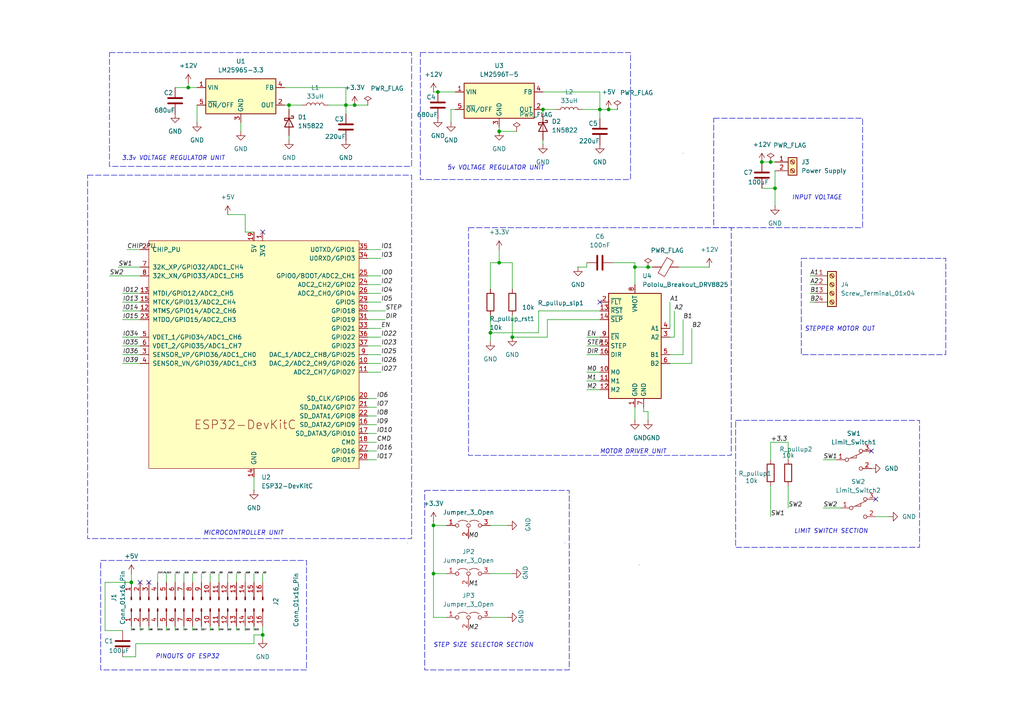
<source format=kicad_sch>
(kicad_sch (version 20250114) (generator "eeschema") (generator_version "9.0")
  (paper "A4")
  (title_block (title "SINGLE AXIS STEPPER CONTROLLER") (comment 1 "AUTHOR:-MIKHAEL SUNIL"))
  (lib_symbols
    (symbol "Connector:Conn_01x16_Pin" (pin_names (offset 1.016) (hide yes))
      (property "Reference" "J" (at 0 20.32 0))
      (property "Value" "Conn_01x16_Pin" (at 0 -22.86 0))
      (symbol "Conn_01x16_Pin_1_1"
        (pin passive line (at 5.08 17.78 180) (length 3.81) (name "Pin_1") (number "1"))
        (pin passive line (at 5.08 15.24 180) (length 3.81) (name "Pin_2") (number "2"))
        (pin passive line (at 5.08 12.7 180) (length 3.81) (name "Pin_3") (number "3"))
        (pin passive line (at 5.08 10.16 180) (length 3.81) (name "Pin_4") (number "4"))
        (pin passive line (at 5.08 7.62 180) (length 3.81) (name "Pin_5") (number "5"))
        (pin passive line (at 5.08 5.08 180) (length 3.81) (name "Pin_6") (number "6"))
        (pin passive line (at 5.08 2.54 180) (length 3.81) (name "Pin_7") (number "7"))
        (pin passive line (at 5.08 0 180) (length 3.81) (name "Pin_8") (number "8"))
        (pin passive line (at 5.08 -2.54 180) (length 3.81) (name "Pin_9") (number "9"))
        (pin passive line (at 5.08 -5.08 180) (length 3.81) (name "Pin_10") (number "10"))
        (pin passive line (at 5.08 -7.62 180) (length 3.81) (name "Pin_11") (number "11"))
        (pin passive line (at 5.08 -10.16 180) (length 3.81) (name "Pin_12") (number "12"))
        (pin passive line (at 5.08 -12.7 180) (length 3.81) (name "Pin_13") (number "13"))
        (pin passive line (at 5.08 -15.24 180) (length 3.81) (name "Pin_14") (number "14"))
        (pin passive line (at 5.08 -17.78 180) (length 3.81) (name "Pin_15") (number "15"))
        (pin passive line (at 5.08 -20.32 180) (length 3.81) (name "Pin_16") (number "16"))
      )
    )
    (symbol "Connector:Screw_Terminal_01x02" (pin_names (offset 1.016) (hide yes))
      (property "Reference" "J" (at 0 2.54 0))
      (property "Value" "Screw_Terminal_01x02" (at 0 -5.08 0))
      (symbol "Screw_Terminal_01x02_1_1"
        (pin passive line (at -5.08 0 0) (length 3.81) (name "Pin_1") (number "1"))
        (pin passive line (at -5.08 -2.54 0) (length 3.81) (name "Pin_2") (number "2"))
      )
    )
    (symbol "Connector:Screw_Terminal_01x04" (pin_names (offset 1.016) (hide yes))
      (property "Reference" "J" (at 0 5.08 0))
      (property "Value" "Screw_Terminal_01x04" (at 0 -7.62 0))
      (symbol "Screw_Terminal_01x04_1_1"
        (pin passive line (at -5.08 2.54 0) (length 3.81) (name "Pin_1") (number "1"))
        (pin passive line (at -5.08 0 0) (length 3.81) (name "Pin_2") (number "2"))
        (pin passive line (at -5.08 -2.54 0) (length 3.81) (name "Pin_3") (number "3"))
        (pin passive line (at -5.08 -5.08 0) (length 3.81) (name "Pin_4") (number "4"))
      )
    )
    (symbol "Device:C" (pin_numbers (hide yes)) (pin_names (offset 0.254))
      (property "Reference" "C" (at 0.635 2.54 0))
      (property "Value" "C" (at 0.635 -2.54 0))
      (symbol "C_1_1"
        (pin passive line (at 0 3.81 270) (length 2.794) (name "~") (number "1"))
        (pin passive line (at 0 -3.81 90) (length 2.794) (name "~") (number "2"))
      )
    )
    (symbol "Device:FerriteBead" (pin_numbers (hide yes)) (pin_names (offset 0))
      (property "Reference" "FB" (at -3.81 0.635 90))
      (property "Value" "FerriteBead" (at 3.81 0 90))
      (symbol "FerriteBead_1_1"
        (pin passive line (at 0 3.81 270) (length 2.54) (name "~") (number "1"))
        (pin passive line (at 0 -3.81 90) (length 2.54) (name "~") (number "2"))
      )
    )
    (symbol "Device:L" (pin_numbers (hide yes)) (pin_names (offset 1.016) (hide yes))
      (property "Reference" "L" (at -1.27 0 90))
      (property "Value" "L" (at 1.905 0 90))
      (symbol "L_1_1"
        (pin passive line (at 0 3.81 270) (length 1.27) (name "1") (number "1"))
        (pin passive line (at 0 -3.81 90) (length 1.27) (name "2") (number "2"))
      )
    )
    (symbol "Device:R" (pin_numbers (hide yes)) (pin_names (offset 0))
      (property "Reference" "R" (at 2.032 0 90))
      (property "Value" "R" (at 0 0 90))
      (symbol "R_1_1"
        (pin passive line (at 0 3.81 270) (length 1.27) (name "~") (number "1"))
        (pin passive line (at 0 -3.81 90) (length 1.27) (name "~") (number "2"))
      )
    )
    (symbol "Diode:1N5822" (pin_numbers (hide yes)) (pin_names (offset 1.016) (hide yes))
      (property "Reference" "D" (at 0 2.54 0))
      (property "Value" "1N5822" (at 0 -2.54 0))
      (symbol "1N5822_1_1"
        (pin passive line (at -3.81 0 0) (length 2.54) (name "K") (number "1"))
        (pin passive line (at 3.81 0 180) (length 2.54) (name "A") (number "2"))
      )
    )
    (symbol "Driver_Motor:Pololu_Breakout_DRV8825"
      (property "Reference" "A" (at -2.54 16.51 0))
      (property "Value" "Pololu_Breakout_DRV8825" (at -2.54 13.97 0))
      (symbol "Pololu_Breakout_DRV8825_1_1"
        (pin output line (at -10.16 10.16 0) (length 2.54) (name "~{FLT}") (number "2"))
        (pin input line (at -10.16 7.62 0) (length 2.54) (name "~{RST}") (number "13"))
        (pin input line (at -10.16 5.08 0) (length 2.54) (name "~{SLP}") (number "14"))
        (pin input line (at -10.16 0 0) (length 2.54) (name "~{EN}") (number "9"))
        (pin input line (at -10.16 -2.54 0) (length 2.54) (name "STEP") (number "15"))
        (pin input line (at -10.16 -5.08 0) (length 2.54) (name "DIR") (number "16"))
        (pin input line (at -10.16 -10.16 0) (length 2.54) (name "M0") (number "10"))
        (pin input line (at -10.16 -12.7 0) (length 2.54) (name "M1") (number "11"))
        (pin input line (at -10.16 -15.24 0) (length 2.54) (name "M2") (number "12"))
        (pin power_in line (at 0 15.24 270) (length 2.54) (name "VMOT") (number "8"))
        (pin power_in line (at 0 -20.32 90) (length 2.54) (name "GND") (number "1"))
        (pin power_in line (at 2.54 -20.32 90) (length 2.54) (name "GND") (number "7"))
        (pin output line (at 10.16 2.54 180) (length 2.54) (name "A1") (number "4"))
        (pin output line (at 10.16 0 180) (length 2.54) (name "A2") (number "3"))
        (pin output line (at 10.16 -5.08 180) (length 2.54) (name "B1") (number "5"))
        (pin output line (at 10.16 -7.62 180) (length 2.54) (name "B2") (number "6"))
      )
    )
    (symbol "Jumper:Jumper_3_Open" (pin_names (offset 0) (hide yes)) (in_bom no)
      (property "Reference" "JP" (at -2.54 -2.54 0))
      (property "Value" "Jumper_3_Open" (at 0 2.794 0))
      (symbol "Jumper_3_Open_1_1"
        (pin passive line (at -6.35 0 0) (length 2.54) (name "A") (number "1"))
        (pin passive line (at 0 -3.81 90) (length 2.54) (name "C") (number "2"))
        (pin passive line (at 6.35 0 180) (length 2.54) (name "B") (number "3"))
      )
    )
    (symbol "PCM_Espressif:ESP32-DevKitC" (pin_names (offset 1.016))
      (property "Reference" "U" (at -30.48 38.1 0))
      (property "Value" "ESP32-DevKitC" (at -30.48 35.56 0))
      (symbol "ESP32-DevKitC_0_0"
        (text "ESP32-DevKitC" (at -2.54 -20.32 0) (effects (font (size 2.54 2.54))))
        (pin power_in line (at 0 35.56 270) (length 2.54) (name "5V") (number "19"))
        (pin power_in line (at 0 -35.56 90) (length 2.54) (name "GND") (number "14"))
      )
      (symbol "ESP32-DevKitC_1_1"
        (pin input line (at -33.02 30.48 0) (length 2.54) (name "CHIP_PU") (number "2"))
        (pin bidirectional line (at -33.02 25.4 0) (length 2.54) (name "32K_XP/GPIO32/ADC1_CH4") (number "7"))
        (pin bidirectional line (at -33.02 22.86 0) (length 2.54) (name "32K_XN/GPIO33/ADC1_CH5") (number "8"))
        (pin bidirectional line (at -33.02 17.78 0) (length 2.54) (name "MTDI/GPIO12/ADC2_CH5") (number "13"))
        (pin bidirectional line (at -33.02 15.24 0) (length 2.54) (name "MTCK/GPIO13/ADC2_CH4") (number "15"))
        (pin bidirectional line (at -33.02 12.7 0) (length 2.54) (name "MTMS/GPIO14/ADC2_CH6") (number "12"))
        (pin bidirectional line (at -33.02 10.16 0) (length 2.54) (name "MTDO/GPIO15/ADC2_CH3") (number "23"))
        (pin input line (at -33.02 5.08 0) (length 2.54) (name "VDET_1/GPIO34/ADC1_CH6") (number "5"))
        (pin input line (at -33.02 2.54 0) (length 2.54) (name "VDET_2/GPIO35/ADC1_CH7") (number "6"))
        (pin input line (at -33.02 0 0) (length 2.54) (name "SENSOR_VP/GPIO36/ADC1_CH0") (number "3"))
        (pin input line (at -33.02 -2.54 0) (length 2.54) (name "SENSOR_VN/GPIO39/ADC1_CH3") (number "4"))
        (pin passive line (at 0 -35.56 90) (length 2.54) (hide yes) (name "GND") (number "32"))
        (pin passive line (at 0 -35.56 90) (length 2.54) (hide yes) (name "GND") (number "38"))
        (pin power_in line (at 2.54 35.56 270) (length 2.54) (name "3V3") (number "1"))
        (pin bidirectional line (at 33.02 30.48 180) (length 2.54) (name "U0TXD/GPIO1") (number "35"))
        (pin bidirectional line (at 33.02 27.94 180) (length 2.54) (name "U0RXD/GPIO3") (number "34"))
        (pin bidirectional line (at 33.02 22.86 180) (length 2.54) (name "GPIO0/BOOT/ADC2_CH1") (number "25"))
        (pin bidirectional line (at 33.02 20.32 180) (length 2.54) (name "ADC2_CH2/GPIO2") (number "24"))
        (pin bidirectional line (at 33.02 17.78 180) (length 2.54) (name "ADC2_CH0/GPIO4") (number "26"))
        (pin bidirectional line (at 33.02 15.24 180) (length 2.54) (name "GPIO5") (number "29"))
        (pin bidirectional line (at 33.02 12.7 180) (length 2.54) (name "GPIO18") (number "30"))
        (pin bidirectional line (at 33.02 10.16 180) (length 2.54) (name "GPIO19") (number "31"))
        (pin bidirectional line (at 33.02 7.62 180) (length 2.54) (name "GPIO21") (number "33"))
        (pin bidirectional line (at 33.02 5.08 180) (length 2.54) (name "GPIO22") (number "36"))
        (pin bidirectional line (at 33.02 2.54 180) (length 2.54) (name "GPIO23") (number "37"))
        (pin bidirectional line (at 33.02 0 180) (length 2.54) (name "DAC_1/ADC2_CH8/GPIO25") (number "9"))
        (pin bidirectional line (at 33.02 -2.54 180) (length 2.54) (name "DAC_2/ADC2_CH9/GPIO26") (number "10"))
        (pin bidirectional line (at 33.02 -5.08 180) (length 2.54) (name "ADC2_CH7/GPIO27") (number "11"))
        (pin bidirectional line (at 33.02 -12.7 180) (length 2.54) (name "SD_CLK/GPIO6") (number "20"))
        (pin bidirectional line (at 33.02 -15.24 180) (length 2.54) (name "SD_DATA0/GPIO7") (number "21"))
        (pin bidirectional line (at 33.02 -17.78 180) (length 2.54) (name "SD_DATA1/GPIO8") (number "22"))
        (pin bidirectional line (at 33.02 -20.32 180) (length 2.54) (name "SD_DATA2/GPIO9") (number "16"))
        (pin bidirectional line (at 33.02 -22.86 180) (length 2.54) (name "SD_DATA3/GPIO10") (number "17"))
        (pin bidirectional line (at 33.02 -25.4 180) (length 2.54) (name "CMD") (number "18"))
        (pin bidirectional line (at 33.02 -27.94 180) (length 2.54) (name "GPIO16") (number "27"))
        (pin bidirectional line (at 33.02 -30.48 180) (length 2.54) (name "GPIO17") (number "28"))
      )
    )
    (symbol "Regulator_Switching:LM2596S-3.3"
      (property "Reference" "U" (at -10.16 6.35 0))
      (property "Value" "LM2596S-3.3" (at 0 6.35 0))
      (symbol "LM2596S-3.3_1_1"
        (pin power_in line (at -12.7 2.54 0) (length 2.54) (name "VIN") (number "1"))
        (pin input line (at -12.7 -2.54 0) (length 2.54) (name "~{ON}/OFF") (number "5"))
        (pin power_in line (at 0 -7.62 90) (length 2.54) (name "GND") (number "3"))
        (pin input line (at 12.7 2.54 180) (length 2.54) (name "FB") (number "4"))
        (pin output line (at 12.7 -2.54 180) (length 2.54) (name "OUT") (number "2"))
      )
    )
    (symbol "Regulator_Switching:LM2596T-5"
      (property "Reference" "U" (at -10.16 6.35 0))
      (property "Value" "LM2596T-5" (at 0 6.35 0))
      (symbol "LM2596T-5_1_1"
        (pin power_in line (at -12.7 2.54 0) (length 2.54) (name "VIN") (number "1"))
        (pin input line (at -12.7 -2.54 0) (length 2.54) (name "~{ON}/OFF") (number "5"))
        (pin power_in line (at 0 -7.62 90) (length 2.54) (name "GND") (number "3"))
        (pin input line (at 12.7 2.54 180) (length 2.54) (name "FB") (number "4"))
        (pin output line (at 12.7 -2.54 180) (length 2.54) (name "OUT") (number "2"))
      )
    )
    (symbol "Switch:SW_SPDT_XKB_DMx-xxxx-1" (pin_names (offset 0) (hide yes))
      (property "Reference" "SW" (at 0 4.318 0))
      (property "Value" "SW_SPDT_XKB_DMx-xxxx-1" (at 0 -5.588 0))
      (symbol "SW_SPDT_XKB_DMx-xxxx-1_1_1"
        (pin passive line (at -5.08 0 0) (length 2.54) (name "A") (number "1"))
        (pin passive line (at 5.08 2.54 180) (length 2.54) (name "C") (number "3"))
        (pin passive line (at 5.08 -2.54 180) (length 2.54) (name "B") (number "2"))
      )
    )
    (symbol "power:+12V" (power) (pin_numbers (hide yes)) (pin_names (offset 0) (hide yes))
      (property "Value" "+12V" (at 0 3.556 0))
      (symbol "+12V_1_1"
        (pin power_in line (at 0 0 90) (length 0) (name "~") (number "1"))
      )
    )
    (symbol "power:+5V" (power) (pin_numbers (hide yes)) (pin_names (offset 0) (hide yes))
      (property "Value" "+5V" (at 0 3.556 0))
      (symbol "+5V_1_1"
        (pin power_in line (at 0 0 90) (length 0) (name "~") (number "1"))
      )
    )
    (symbol "power:GND" (power) (pin_numbers (hide yes)) (pin_names (offset 0) (hide yes))
      (property "Value" "GND" (at 0 -3.81 0))
      (symbol "GND_1_1"
        (pin power_in line (at 0 0 270) (length 0) (name "~") (number "1"))
      )
    )
    (symbol "power:PWR_FLAG" (power) (pin_numbers (hide yes)) (pin_names (offset 0) (hide yes))
      (property "Value" "PWR_FLAG" (at 0 3.81 0))
      (symbol "PWR_FLAG_0_0"
        (pin power_out line (at 0 0 90) (length 0) (name "~") (number "1"))
      )
    )
  )
  (rectangle (start 118.11 157.48) (end 118.11 157.48))
  (rectangle (start 123.19 142.24) (end 165.1 194.31) (stroke (width 0) (type dash)))
  (rectangle (start 25.4 50.8) (end 119.38 156.21) (stroke (width 0) (type dash)))
  (rectangle (start 232.41 74.93) (end 274.32 102.87) (stroke (width 0) (type dash)))
  (rectangle (start 207.01 34.29) (end 250.19 66.04) (stroke (width 0) (type dash)))
  (rectangle (start 185.42 163.83) (end 185.42 163.83))
  (rectangle (start 29.21 162.56) (end 88.9 194.31) (stroke (width 0) (type dash)))
  (rectangle (start 163.83 157.48) (end 163.83 157.48))
  (rectangle (start 135.89 66.04) (end 212.09 132.08) (stroke (width 0) (type dash)))
  (rectangle (start 213.36 121.92) (end 266.7 158.75) (stroke (width 0) (type dash)))
  (rectangle (start 121.92 15.24) (end 182.88 52.07) (stroke (width 0) (type dash)))
  (rectangle (start 198.12 44.45) (end 198.12 44.45))
  (rectangle (start 31.75 15.24) (end 119.38 48.26) (stroke (width 0) (type dash)))
  (text "MICROCONTROLLER UNIT" (at 70.612 154.686 0) (effects (font (size 1.27 1.27) (italic yes))))
  (text "STEPPER MOTOR OUT" (at 243.586 95.504 0) (effects (font (size 1.27 1.27) (italic yes))))
  (text "3.3v VOLTAGE REGULATOR UNIT\n" (at 50.292 45.974 0) (effects (font (size 1.27 1.27) (italic yes))))
  (text "LIMIT SWITCH SECTION\n" (at 241.046 154.178 0) (effects (font (size 1.27 1.27) (italic yes))))
  (text "PINOUTS OF ESP32 " (at 54.864 190.5 0) (effects (font (size 1.27 1.27) (italic yes))))
  (text "5v VOLTAGE REGULATOR UNIT\n" (at 143.764 48.768 0) (effects (font (size 1.27 1.27) (italic yes))))
  (text "STEP SIZE SELECTOR SECTION\n" (at 140.208 187.198 0) (effects (font (size 1.27 1.27) (italic yes))))
  (text "MOTOR DRIVER UNIT\n" (at 183.642 131.064 0) (effects (font (size 1.27 1.27) (italic yes))))
  (text "INPUT VOLTAGE\n" (at 236.982 57.404 0) (effects (font (size 1.27 1.27) (italic yes))))
  (junction (at 224.79 54.61))
  (junction (at 127 26.67))
  (junction (at 144.78 76.2))
  (junction (at 38.1 168.91))
  (junction (at 102.87 30.48))
  (junction (at 173.99 31.75))
  (junction (at 187.96 77.47))
  (junction (at 223.52 46.99))
  (junction (at 144.78 38.1))
  (junction (at 125.73 152.4))
  (junction (at 176.53 31.75))
  (junction (at 76.2 184.15))
  (junction (at 100.33 30.48))
  (junction (at 220.98 46.99))
  (junction (at 83.82 30.48))
  (junction (at 148.59 97.79))
  (junction (at 125.73 166.37))
  (junction (at 142.24 96.52))
  (junction (at 184.15 77.47))
  (junction (at 54.61 25.4))
  (junction (at 157.48 31.75))
  (no_connect (at 76.2 67.31))
  (no_connect (at 40.64 168.91))
  (no_connect (at 173.99 87.63))
  (no_connect (at 252.73 130.81))
  (no_connect (at 43.18 168.91))
  (no_connect (at 254 144.78))
  (wire (pts (xy 173.99 31.75) (xy 173.99 34.29)))
  (wire (pts (xy 194.31 105.41) (xy 200.66 105.41)))
  (wire (pts (xy 168.91 31.75) (xy 173.99 31.75)))
  (wire (pts (xy 71.12 181.61) (xy 71.12 182.88)))
  (wire (pts (xy 125.73 152.4) (xy 125.73 166.37)))
  (wire (pts (xy 35.56 182.88) (xy 30.48 182.88)))
  (wire (pts (xy 102.87 30.48) (xy 100.33 30.48)))
  (wire (pts (xy 196.85 77.47) (xy 205.74 77.47)))
  (wire (pts (xy 66.04 166.37) (xy 66.04 168.91)))
  (wire (pts (xy 148.59 91.44) (xy 148.59 97.79)))
  (wire (pts (xy 71.12 67.31) (xy 73.66 67.31)))
  (wire (pts (xy 35.56 105.41) (xy 40.64 105.41)))
  (wire (pts (xy 142.24 91.44) (xy 142.24 96.52)))
  (wire (pts (xy 106.68 105.41) (xy 110.49 105.41)))
  (wire (pts (xy 73.66 181.61) (xy 73.66 182.88)))
  (wire (pts (xy 71.12 67.31) (xy 71.12 62.23)))
  (wire (pts (xy 106.68 95.25) (xy 110.49 95.25)))
  (wire (pts (xy 57.15 30.48) (xy 57.15 35.56)))
  (wire (pts (xy 30.48 168.91) (xy 38.1 168.91)))
  (wire (pts (xy 100.33 30.48) (xy 100.33 33.02)))
  (wire (pts (xy 125.73 166.37) (xy 125.73 179.07)))
  (wire (pts (xy 111.76 92.71) (xy 106.68 92.71)))
  (wire (pts (xy 156.21 90.17) (xy 173.99 90.17)))
  (wire (pts (xy 76.2 184.15) (xy 76.2 185.42)))
  (wire (pts (xy 157.48 31.75) (xy 161.29 31.75)))
  (wire (pts (xy 125.73 151.13) (xy 125.73 152.4)))
  (wire (pts (xy 95.25 30.48) (xy 100.33 30.48)))
  (wire (pts (xy 187.96 119.38) (xy 187.96 121.92)))
  (wire (pts (xy 125.73 152.4) (xy 129.54 152.4)))
  (wire (pts (xy 170.18 76.2) (xy 170.18 77.47)))
  (wire (pts (xy 43.18 181.61) (xy 43.18 182.88)))
  (wire (pts (xy 82.55 25.4) (xy 100.33 25.4)))
  (wire (pts (xy 106.68 118.11) (xy 109.22 118.11)))
  (wire (pts (xy 176.53 31.75) (xy 173.99 31.75)))
  (wire (pts (xy 106.68 72.39) (xy 110.49 72.39)))
  (wire (pts (xy 224.79 54.61) (xy 224.79 59.69)))
  (wire (pts (xy 156.21 96.52) (xy 142.24 96.52)))
  (wire (pts (xy 156.21 90.17) (xy 156.21 96.52)))
  (wire (pts (xy 106.68 115.57) (xy 109.22 115.57)))
  (wire (pts (xy 50.8 25.4) (xy 54.61 25.4)))
  (wire (pts (xy 63.5 181.61) (xy 63.5 182.88)))
  (wire (pts (xy 223.52 133.35) (xy 223.52 128.27)))
  (wire (pts (xy 69.85 35.56) (xy 69.85 38.1)))
  (wire (pts (xy 144.78 76.2) (xy 148.59 76.2)))
  (wire (pts (xy 106.68 125.73) (xy 109.22 125.73)))
  (wire (pts (xy 234.95 80.01) (xy 236.22 80.01)))
  (wire (pts (xy 40.64 181.61) (xy 40.64 182.88)))
  (wire (pts (xy 68.58 181.61) (xy 68.58 182.88)))
  (wire (pts (xy 184.15 76.2) (xy 184.15 77.47)))
  (wire (pts (xy 158.75 92.71) (xy 158.75 97.79)))
  (wire (pts (xy 106.68 74.93) (xy 110.49 74.93)))
  (wire (pts (xy 83.82 30.48) (xy 87.63 30.48)))
  (wire (pts (xy 187.96 77.47) (xy 189.23 77.47)))
  (wire (pts (xy 106.68 120.65) (xy 109.22 120.65)))
  (wire (pts (xy 144.78 72.39) (xy 144.78 76.2)))
  (wire (pts (xy 228.6 128.27) (xy 223.52 128.27)))
  (wire (pts (xy 35.56 100.33) (xy 40.64 100.33)))
  (wire (pts (xy 73.66 138.43) (xy 73.66 142.24)))
  (wire (pts (xy 71.12 62.23) (xy 66.04 62.23)))
  (wire (pts (xy 106.68 107.95) (xy 110.49 107.95)))
  (wire (pts (xy 142.24 96.52) (xy 142.24 99.06)))
  (wire (pts (xy 100.33 25.4) (xy 100.33 30.48)))
  (wire (pts (xy 184.15 77.47) (xy 187.96 77.47)))
  (wire (pts (xy 76.2 166.37) (xy 76.2 168.91)))
  (wire (pts (xy 184.15 118.11) (xy 184.15 121.92)))
  (wire (pts (xy 106.68 123.19) (xy 109.22 123.19)))
  (wire (pts (xy 50.8 166.37) (xy 50.8 168.91)))
  (wire (pts (xy 106.68 102.87) (xy 110.49 102.87)))
  (wire (pts (xy 38.1 181.61) (xy 38.1 182.88)))
  (wire (pts (xy 157.48 40.64) (xy 157.48 41.91)))
  (wire (pts (xy 35.56 102.87) (xy 40.64 102.87)))
  (wire (pts (xy 195.58 97.79) (xy 195.58 90.17)))
  (wire (pts (xy 40.64 77.47) (xy 34.29 77.47)))
  (wire (pts (xy 125.73 166.37) (xy 129.54 166.37)))
  (wire (pts (xy 157.48 26.67) (xy 173.99 26.67)))
  (wire (pts (xy 73.66 166.37) (xy 73.66 168.91)))
  (wire (pts (xy 194.31 102.87) (xy 198.12 102.87)))
  (wire (pts (xy 54.61 24.13) (xy 54.61 25.4)))
  (wire (pts (xy 53.34 181.61) (xy 53.34 182.88)))
  (wire (pts (xy 198.12 102.87) (xy 198.12 92.71)))
  (wire (pts (xy 83.82 30.48) (xy 83.82 31.75)))
  (wire (pts (xy 106.68 87.63) (xy 110.49 87.63)))
  (wire (pts (xy 125.73 26.67) (xy 127 26.67)))
  (wire (pts (xy 224.79 46.99) (xy 223.52 46.99)))
  (wire (pts (xy 220.98 54.61) (xy 224.79 54.61)))
  (wire (pts (xy 224.79 49.53) (xy 224.79 54.61)))
  (wire (pts (xy 35.56 90.17) (xy 40.64 90.17)))
  (wire (pts (xy 50.8 181.61) (xy 50.8 182.88)))
  (wire (pts (xy 53.34 166.37) (xy 53.34 168.91)))
  (wire (pts (xy 106.68 97.79) (xy 110.49 97.79)))
  (wire (pts (xy 157.48 31.75) (xy 157.48 33.02)))
  (wire (pts (xy 39.37 190.5) (xy 39.37 186.69)))
  (wire (pts (xy 142.24 179.07) (xy 147.32 179.07)))
  (wire (pts (xy 35.56 92.71) (xy 40.64 92.71)))
  (wire (pts (xy 55.88 181.61) (xy 55.88 182.88)))
  (wire (pts (xy 170.18 110.49) (xy 173.99 110.49)))
  (wire (pts (xy 234.95 87.63) (xy 236.22 87.63)))
  (wire (pts (xy 39.37 186.69) (xy 73.66 186.69)))
  (wire (pts (xy 35.56 97.79) (xy 40.64 97.79)))
  (wire (pts (xy 173.99 26.67) (xy 173.99 31.75)))
  (wire (pts (xy 228.6 147.32) (xy 228.6 140.97)))
  (wire (pts (xy 132.08 31.75) (xy 130.81 31.75)))
  (wire (pts (xy 45.72 181.61) (xy 45.72 182.88)))
  (wire (pts (xy 144.78 36.83) (xy 144.78 38.1)))
  (wire (pts (xy 125.73 179.07) (xy 129.54 179.07)))
  (wire (pts (xy 106.68 133.35) (xy 109.22 133.35)))
  (wire (pts (xy 186.69 119.38) (xy 187.96 119.38)))
  (wire (pts (xy 35.56 87.63) (xy 40.64 87.63)))
  (wire (pts (xy 173.99 107.95) (xy 170.18 107.95)))
  (wire (pts (xy 58.42 166.37) (xy 58.42 168.91)))
  (wire (pts (xy 194.31 87.63) (xy 194.31 95.25)))
  (wire (pts (xy 220.98 46.99) (xy 223.52 46.99)))
  (wire (pts (xy 170.18 77.47) (xy 167.64 77.47)))
  (wire (pts (xy 234.95 85.09) (xy 236.22 85.09)))
  (wire (pts (xy 54.61 25.4) (xy 57.15 25.4)))
  (wire (pts (xy 106.68 100.33) (xy 110.49 100.33)))
  (wire (pts (xy 106.68 130.81) (xy 109.22 130.81)))
  (wire (pts (xy 170.18 97.79) (xy 173.99 97.79)))
  (wire (pts (xy 36.83 72.39) (xy 40.64 72.39)))
  (wire (pts (xy 48.26 181.61) (xy 48.26 182.88)))
  (wire (pts (xy 176.53 31.75) (xy 179.07 31.75)))
  (wire (pts (xy 170.18 102.87) (xy 173.99 102.87)))
  (wire (pts (xy 68.58 166.37) (xy 68.58 168.91)))
  (wire (pts (xy 31.75 80.01) (xy 40.64 80.01)))
  (wire (pts (xy 48.26 166.37) (xy 48.26 168.91)))
  (wire (pts (xy 234.95 82.55) (xy 236.22 82.55)))
  (wire (pts (xy 60.96 181.61) (xy 60.96 182.88)))
  (wire (pts (xy 55.88 166.37) (xy 55.88 168.91)))
  (wire (pts (xy 148.59 83.82) (xy 148.59 76.2)))
  (wire (pts (xy 186.69 118.11) (xy 186.69 119.38)))
  (wire (pts (xy 71.12 166.37) (xy 71.12 168.91)))
  (wire (pts (xy 228.6 133.35) (xy 228.6 128.27)))
  (wire (pts (xy 238.76 133.35) (xy 242.57 133.35)))
  (wire (pts (xy 158.75 97.79) (xy 148.59 97.79)))
  (wire (pts (xy 254 149.86) (xy 257.81 149.86)))
  (wire (pts (xy 82.55 30.48) (xy 83.82 30.48)))
  (wire (pts (xy 102.87 30.48) (xy 106.68 30.48)))
  (wire (pts (xy 63.5 166.37) (xy 63.5 168.91)))
  (wire (pts (xy 106.68 80.01) (xy 110.49 80.01)))
  (wire (pts (xy 45.72 166.37) (xy 45.72 168.91)))
  (wire (pts (xy 170.18 113.03) (xy 173.99 113.03)))
  (wire (pts (xy 30.48 182.88) (xy 30.48 168.91)))
  (wire (pts (xy 35.56 190.5) (xy 39.37 190.5)))
  (wire (pts (xy 106.68 85.09) (xy 110.49 85.09)))
  (wire (pts (xy 170.18 100.33) (xy 173.99 100.33)))
  (wire (pts (xy 142.24 76.2) (xy 142.24 83.82)))
  (wire (pts (xy 127 26.67) (xy 132.08 26.67)))
  (wire (pts (xy 35.56 85.09) (xy 40.64 85.09)))
  (wire (pts (xy 142.24 166.37) (xy 148.59 166.37)))
  (wire (pts (xy 106.68 128.27) (xy 109.22 128.27)))
  (wire (pts (xy 158.75 92.71) (xy 173.99 92.71)))
  (wire (pts (xy 194.31 97.79) (xy 195.58 97.79)))
  (wire (pts (xy 238.76 147.32) (xy 243.84 147.32)))
  (wire (pts (xy 73.66 186.69) (xy 73.66 184.15)))
  (wire (pts (xy 144.78 38.1) (xy 149.86 38.1)))
  (wire (pts (xy 60.96 166.37) (xy 60.96 168.91)))
  (wire (pts (xy 200.66 105.41) (xy 200.66 95.25)))
  (wire (pts (xy 106.68 82.55) (xy 110.49 82.55)))
  (wire (pts (xy 38.1 166.37) (xy 38.1 168.91)))
  (wire (pts (xy 130.81 31.75) (xy 130.81 35.56)))
  (wire (pts (xy 58.42 181.61) (xy 58.42 182.88)))
  (wire (pts (xy 142.24 76.2) (xy 144.78 76.2)))
  (wire (pts (xy 83.82 39.37) (xy 83.82 40.64)))
  (wire (pts (xy 142.24 152.4) (xy 147.32 152.4)))
  (wire (pts (xy 111.76 90.17) (xy 106.68 90.17)))
  (wire (pts (xy 223.52 149.86) (xy 223.52 140.97)))
  (wire (pts (xy 73.66 184.15) (xy 76.2 184.15)))
  (wire (pts (xy 66.04 181.61) (xy 66.04 182.88)))
  (wire (pts (xy 76.2 181.61) (xy 76.2 184.15)))
  (wire (pts (xy 184.15 77.47) (xy 184.15 82.55)))
  (wire (pts (xy 177.8 76.2) (xy 184.15 76.2)))
  (label "IO9" (at 63.5 166.37 0) (effects (font (size 0.381 0.381) (italic yes))))
  (label "SW1" (at 34.29 77.47 0) (effects (font (italic yes))))
  (label "B2" (at 200.66 95.25 0) (effects (font (italic yes))))
  (label "IO17" (at 58.42 182.88 0) (effects (font (size 0.381 0.381) (italic yes))))
  (label "IO3" (at 66.04 182.88 0) (effects (font (size 0.381 0.381) (italic yes))))
  (label "IO26" (at 60.96 166.37 0) (effects (font (size 0.381 0.381) (italic yes))))
  (label "IO7" (at 109.22 118.11 0) (effects (font (italic yes))))
  (label "IO34" (at 35.56 97.79 0) (effects (font (italic yes))))
  (label "SW1" (at 238.76 133.35 0) (effects (font (italic yes))))
  (label "IO0" (at 110.49 80.01 0) (effects (font (italic yes))))
  (label "STEP" (at 170.18 100.33 0) (effects (font (italic yes))))
  (label "IO0" (at 50.8 182.88 0) (effects (font (size 0.381 0.381) (italic yes))))
  (label "A2" (at 195.58 90.17 0) (effects (font (italic yes))))
  (label "IO27" (at 110.49 107.95 0) (effects (font (italic yes))))
  (label "A1" (at 234.95 80.01 0) (effects (font (italic yes))))
  (label "IO4" (at 110.49 85.09 0) (effects (font (italic yes))))
  (label "IO14" (at 35.56 90.17 0) (effects (font (italic yes))))
  (label "DIR" (at 111.76 92.71 0) (effects (font (italic yes))))
  (label "IO1" (at 68.58 182.88 0) (effects (font (size 0.381 0.381) (italic yes))))
  (label "B1" (at 198.12 92.71 0) (effects (font (italic yes))))
  (label "IO8" (at 43.18 182.88 0) (effects (font (size 0.381 0.381) (italic yes))))
  (label "IO22" (at 71.12 182.88 0) (effects (font (size 0.381 0.381) (italic yes))))
  (label "M2" (at 135.89 182.88 0) (effects (font (italic yes))))
  (label "IO26" (at 110.49 105.41 0) (effects (font (italic yes))))
  (label "IO27" (at 58.42 166.37 0) (effects (font (size 0.381 0.381) (italic yes))))
  (label "IO16" (at 109.22 130.81 0) (effects (font (italic yes))))
  (label "STEP" (at 111.76 90.17 0) (effects (font (italic yes))))
  (label "M1" (at 135.89 170.18 0) (effects (font (italic yes))))
  (label "M2" (at 170.18 113.03 0) (effects (font (italic yes))))
  (label "SW1" (at 223.52 149.86 0) (effects (font (italic yes))))
  (label "IO35" (at 66.04 166.37 0) (effects (font (size 0.381 0.381) (italic yes))))
  (label "IO35" (at 35.56 100.33 0) (effects (font (italic yes))))
  (label "M0" (at 135.89 156.21 0) (effects (font (italic yes))))
  (label "IO6" (at 38.1 182.88 0) (effects (font (size 0.381 0.381) (italic yes))))
  (label "EN" (at 110.49 95.25 0) (effects (font (italic yes))))
  (label "B1" (at 234.95 85.09 0) (effects (font (italic yes))))
  (label "CHIP_PU" (at 36.83 72.39 0) (effects (font (italic yes))))
  (label "IO25" (at 53.34 166.37 0) (effects (font (size 0.381 0.381) (italic yes))))
  (label "CMD" (at 109.22 128.27 0) (effects (font (italic yes))))
  (label "IO36" (at 35.56 102.87 0) (effects (font (italic yes))))
  (label "IO4" (at 53.34 182.88 0) (effects (font (size 0.381 0.381) (italic yes))))
  (label "IO25" (at 110.49 102.87 0) (effects (font (italic yes))))
  (label "IO2" (at 76.2 166.37 0) (effects (font (size 0.381 0.381) (italic yes))))
  (label "+3.3" (at 223.52 128.27 0) (effects (font (italic yes))))
  (label "M1" (at 170.18 110.49 0) (effects (font (italic yes))))
  (label "SW2" (at 238.76 147.32 0) (effects (font (italic yes))))
  (label "IO23" (at 110.49 100.33 0) (effects (font (italic yes))))
  (label "IO12" (at 50.8 166.37 0) (effects (font (size 0.381 0.381) (italic yes))))
  (label "DIR" (at 170.18 102.87 0) (effects (font (italic yes))))
  (label "CHIP_PU" (at 45.72 166.37 0) (effects (font (size 0.381 0.381) (italic yes))))
  (label "SW2" (at 31.75 80.01 0) (effects (font (italic yes))))
  (label "M0" (at 170.18 107.95 0) (effects (font (italic yes))))
  (label "IO13" (at 48.26 166.37 0) (effects (font (size 0.381 0.381) (italic yes))))
  (label "A2" (at 234.95 82.55 0) (effects (font (italic yes))))
  (label "IO22" (at 110.49 97.79 0) (effects (font (italic yes))))
  (label "IO14" (at 55.88 166.37 0) (effects (font (size 0.381 0.381) (italic yes))))
  (label "IO12" (at 35.56 85.09 0) (effects (font (italic yes))))
  (label "A1" (at 194.31 87.63 0) (effects (font (italic yes))))
  (label "IO8" (at 109.22 120.65 0) (effects (font (italic yes))))
  (label "IO2" (at 110.49 82.55 0) (effects (font (italic yes))))
  (label "EN" (at 170.18 97.79 0) (effects (font (italic yes))))
  (label "IO39" (at 35.56 105.41 0) (effects (font (italic yes))))
  (label "IO15" (at 35.56 92.71 0) (effects (font (italic yes))))
  (label "B2" (at 234.95 87.63 0) (effects (font (italic yes))))
  (label "IO2" (at 48.26 182.88 0) (effects (font (size 0.381 0.381) (italic yes))))
  (label "IO39" (at 71.12 166.37 0) (effects (font (size 0.381 0.381) (italic yes))))
  (label "IO3" (at 110.49 74.93 0) (effects (font (italic yes))))
  (label "IO15" (at 45.72 182.88 0) (effects (font (size 0.381 0.381) (italic yes))))
  (label "IO23" (at 73.66 182.88 0) (effects (font (size 0.381 0.381) (italic yes))))
  (label "SW2" (at 228.6 147.32 0) (effects (font (italic yes))))
  (label "IO5" (at 60.96 182.88 0) (effects (font (size 0.381 0.381) (italic yes))))
  (label "IO36" (at 73.66 166.37 0) (effects (font (size 0.381 0.381) (italic yes))))
  (label "IO9" (at 109.22 123.19 0) (effects (font (italic yes))))
  (label "IO17" (at 109.22 133.35 0) (effects (font (italic yes))))
  (label "IO5" (at 110.49 87.63 0) (effects (font (italic yes))))
  (label "IO13" (at 35.56 87.63 0) (effects (font (italic yes))))
  (label "IO34" (at 68.58 166.37 0) (effects (font (size 0.381 0.381) (italic yes))))
  (label "IO1" (at 110.49 72.39 0) (effects (font (italic yes))))
  (label "IO7" (at 40.64 182.88 0) (effects (font (size 0.381 0.381) (italic yes))))
  (label "IO16" (at 55.88 182.88 0) (effects (font (size 0.381 0.381) (italic yes))))
  (label "CMD" (at 63.5 182.88 0) (effects (font (size 0.381 0.381) (italic yes))))
  (label "IO10" (at 109.22 125.73 0) (effects (font (italic yes))))
  (label "IO6" (at 109.22 115.57 0) (effects (font (italic yes))))
  (symbol (lib_id "power:GND") (at 147.32 179.07 90) (unit 1)
    (property "Reference" "#PWR020" (effects (hide yes)))
    (property "Value" "GND" (at 151.13 178.816 0))
    (property "Description" "Power symbol creates a global label with name \"GND\" , ground" (effects (hide yes)))
  )
  (symbol (lib_id "power:GND") (at 50.8 33.02 0) (unit 1)
    (property "Reference" "#PWR02" (effects (hide yes)))
    (property "Value" "GND" (at 50.8 38.1 0))
    (property "Description" "Power symbol creates a global label with name \"GND\" , ground" (effects (hide yes)))
  )
  (symbol (lib_id "Switch:SW_SPDT_XKB_DMx-xxxx-1") (at 248.92 147.32 0) (unit 1)
    (property "Reference" "SW2" (at 248.92 139.7 0))
    (property "Value" "Limit_Switch2" (at 248.92 142.24 0))
    (property "Footprint" "Button_Switch_THT:SW_XKB_DM1-16UP-1" (effects (hide yes)))
    (property "Description" "Position switch" (effects (hide yes)))
  )
  (symbol (lib_id "Device:C") (at 50.8 29.21 0) (unit 1)
    (property "Reference" "C2" (at 47.498 26.924 0) (effects (justify left)))
    (property "Value" "680uF" (at 44.704 32.004 0) (effects (justify left)))
    (property "Footprint" "Capacitor_THT:CP_Radial_D18.0mm_P7.50mm" (effects (hide yes)))
    (property "Description" "Unpolarized capacitor" (effects (hide yes)))
  )
  (symbol (lib_id "power:+12V") (at 125.73 26.67 0) (unit 1)
    (property "Reference" "#PWR012" (effects (hide yes)))
    (property "Value" "+12V" (at 125.73 21.59 0))
    (property "Description" "Power symbol creates a global label with name \"+12V\"" (effects (hide yes)))
  )
  (symbol (lib_id "Diode:1N5822") (at 157.48 36.83 270) (unit 1)
    (property "Reference" "D2" (at 160.02 35.2424 90) (effects (justify left)))
    (property "Value" "1N5822" (at 160.02 37.7824 90) (effects (justify left)))
    (property "Footprint" "Diode_THT:D_DO-201AD_P15.24mm_Horizontal" (effects (hide yes)))
    (property "Datasheet" "http://www.vishay.com/docs/88526/1n5820.pdf" (effects (hide yes)))
    (property "Description" "40V 3A Schottky Barrier Rectifier Diode, DO-201AD" (effects (hide yes)))
  )
  (symbol (lib_id "power:GND") (at 100.33 40.64 0) (unit 1)
    (property "Reference" "#PWR010" (effects (hide yes)))
    (property "Value" "GND" (at 100.33 45.72 0))
    (property "Description" "Power symbol creates a global label with name \"GND\" , ground" (effects (hide yes)))
  )
  (symbol (lib_id "Device:C") (at 173.99 76.2 270) (unit 1)
    (property "Reference" "C6" (at 173.99 68.58 90))
    (property "Value" "100nF" (at 173.99 71.12 90))
    (property "Footprint" "Capacitor_THT:CP_Radial_D7.5mm_P2.50mm" (effects (hide yes)))
    (property "Description" "Unpolarized capacitor" (effects (hide yes)))
  )
  (symbol (lib_id "Switch:SW_SPDT_XKB_DMx-xxxx-1") (at 247.65 133.35 0) (unit 1)
    (property "Reference" "SW1" (at 247.65 125.73 0))
    (property "Value" "Limit_Switch1" (at 247.65 128.27 0))
    (property "Footprint" "Button_Switch_THT:SW_XKB_DM1-16UP-1" (effects (hide yes)))
    (property "Description" "Position switch" (effects (hide yes)))
  )
  (symbol (lib_id "power:GND") (at 187.96 121.92 0) (unit 1)
    (property "Reference" "#PWR028" (effects (hide yes)))
    (property "Value" "GND" (at 189.484 127 0))
    (property "Description" "Power symbol creates a global label with name \"GND\" , ground" (effects (hide yes)))
  )
  (symbol (lib_id "power:GND") (at 157.48 41.91 0) (unit 1)
    (property "Reference" "#PWR023" (effects (hide yes)))
    (property "Value" "GND" (at 157.48 46.99 0))
    (property "Description" "Power symbol creates a global label with name \"GND\" , ground" (effects (hide yes)))
  )
  (symbol (lib_id "power:GND") (at 76.2 185.42 0) (unit 1)
    (property "Reference" "#PWR08" (effects (hide yes)))
    (property "Value" "GND" (at 76.2 190.5 0))
    (property "Description" "Power symbol creates a global label with name \"GND\" , ground" (effects (hide yes)))
  )
  (symbol (lib_id "Connector:Conn_01x16_Pin") (at 55.88 173.99 90) (unit 1)
    (property "Reference" "J1" (at 33.02 173.355 0))
    (property "Value" "Conn_01x16_Pin" (at 35.56 173.355 0))
    (property "Footprint" "Connector_PinHeader_2.54mm:PinHeader_1x16_P2.54mm_Vertical" (effects (hide yes)))
    (property "Description" "Generic connector, single row, 01x16, script generated" (effects (hide yes)))
  )
  (symbol (lib_id "power:GND") (at 69.85 38.1 0) (unit 1)
    (property "Reference" "#PWR06" (effects (hide yes)))
    (property "Value" "GND" (at 69.85 43.18 0))
    (property "Description" "Power symbol creates a global label with name \"GND\" , ground" (effects (hide yes)))
  )
  (symbol (lib_id "Device:R") (at 148.59 87.63 0) (unit 1)
    (property "Reference" "R_pullup_slp1" (at 155.956 87.884 0) (effects (justify left)))
    (property "Value" "10k" (at 151.384 89.154 0) (effects (justify left)))
    (property "Footprint" "Resistor_THT:R_Axial_DIN0207_L6.3mm_D2.5mm_P15.24mm_Horizontal" (effects (hide yes)))
    (property "Description" "Resistor" (effects (hide yes)))
  )
  (symbol (lib_id "power:+12V") (at 54.61 24.13 0) (unit 1)
    (property "Reference" "#PWR03" (effects (hide yes)))
    (property "Value" "+12V" (at 54.61 19.05 0))
    (property "Description" "Power symbol creates a global label with name \"+12V\"" (effects (hide yes)))
  )
  (symbol (lib_id "power:GND") (at 127 34.29 0) (unit 1)
    (property "Reference" "#PWR014" (effects (hide yes)))
    (property "Value" "GND" (at 127 39.37 0))
    (property "Description" "Power symbol creates a global label with name \"GND\" , ground" (effects (hide yes)))
  )
  (symbol (lib_id "Regulator_Switching:LM2596T-5") (at 144.78 29.21 0) (unit 1)
    (property "Reference" "U3" (at 144.78 19.05 0))
    (property "Value" "LM2596T-5" (at 144.78 21.59 0))
    (property "Footprint" "Package_TO_SOT_THT:TO-220-5_P3.4x3.7mm_StaggerOdd_Lead3.8mm_Vertical" (effects (hide yes)))
    (property "Datasheet" "http://www.ti.com/lit/ds/symlink/lm2596.pdf" (effects (hide yes)))
    (property "Description" "5V 3A 150kHz Step-Down Voltage Regulator, TO-220" (effects (hide yes)))
  )
  (symbol (lib_id "power:GND") (at 167.64 77.47 0) (unit 1)
    (property "Reference" "#PWR024" (effects (hide yes)))
    (property "Value" "GND" (at 167.64 82.55 0))
    (property "Description" "Power symbol creates a global label with name \"GND\" , ground" (effects (hide yes)))
  )
  (symbol (lib_id "power:PWR_FLAG") (at 187.96 77.47 0) (unit 1)
    (property "Reference" "#FLG04" (effects (hide yes)))
    (property "Value" "PWR_FLAG" (at 193.548 72.644 0))
    (property "Description" "Special symbol for telling ERC where power comes from" (effects (hide yes)))
  )
  (symbol (lib_id "power:GND") (at 83.82 40.64 0) (unit 1)
    (property "Reference" "#PWR09" (effects (hide yes)))
    (property "Value" "GND" (at 83.82 45.72 0))
    (property "Description" "Power symbol creates a global label with name \"GND\" , ground" (effects (hide yes)))
  )
  (symbol (lib_id "Device:L") (at 91.44 30.48 90) (unit 1)
    (property "Reference" "L1" (at 91.44 25.4 90))
    (property "Value" "33uH" (at 91.44 27.94 90))
    (property "Footprint" "Inductor_THT:L_Axial_L5.0mm_D3.6mm_P10.00mm_Horizontal_Murata_BL01RN1A2A2" (effects (hide yes)))
    (property "Description" "Inductor" (effects (hide yes)))
  )
  (symbol (lib_id "power:PWR_FLAG") (at 223.52 46.99 0) (unit 1)
    (property "Reference" "#FLG05" (effects (hide yes)))
    (property "Value" "PWR_FLAG" (at 229.108 42.164 0))
    (property "Description" "Special symbol for telling ERC where power comes from" (effects (hide yes)))
  )
  (symbol (lib_id "power:GND") (at 144.78 38.1 0) (unit 1)
    (property "Reference" "#PWR017" (effects (hide yes)))
    (property "Value" "GND" (at 144.78 43.18 0))
    (property "Description" "Power symbol creates a global label with name \"GND\" , ground" (effects (hide yes)))
  )
  (symbol (lib_id "power:+12V") (at 205.74 77.47 0) (unit 1)
    (property "Reference" "#PWR029" (effects (hide yes)))
    (property "Value" "+12V" (at 205.74 72.39 0))
    (property "Description" "Power symbol creates a global label with name \"+12V\"" (effects (hide yes)))
  )
  (symbol (lib_id "Driver_Motor:Pololu_Breakout_DRV8825") (at 184.15 97.79 0) (unit 1)
    (property "Reference" "U4" (at 186.2933 80.01 0) (effects (justify left)))
    (property "Value" "Pololu_Breakout_DRV8825" (at 186.2933 82.55 0) (effects (justify left)))
    (property "Footprint" "Module:Pololu_Breakout-16_15.2x20.3mm" (effects (hide yes)))
    (property "Datasheet" "https://www.pololu.com/product/2982" (effects (hide yes)))
    (property "Description" "Pololu Breakout Board, Stepper Driver DRV8825" (effects (hide yes)))
  )
  (symbol (lib_id "power:PWR_FLAG") (at 149.86 38.1 0) (unit 1)
    (property "Reference" "#FLG02" (effects (hide yes)))
    (property "Value" "PWR_FLAG" (at 155.448 33.274 0))
    (property "Description" "Special symbol for telling ERC where power comes from" (effects (hide yes)))
  )
  (symbol (lib_id "power:PWR_FLAG") (at 179.07 31.75 0) (unit 1)
    (property "Reference" "#FLG03" (effects (hide yes)))
    (property "Value" "PWR_FLAG" (at 184.658 26.924 0))
    (property "Description" "Special symbol for telling ERC where power comes from" (effects (hide yes)))
  )
  (symbol (lib_id "Device:L") (at 165.1 31.75 90) (unit 1)
    (property "Reference" "L2" (at 165.1 26.67 90))
    (property "Value" "33uH" (at 165.1 29.21 90))
    (property "Footprint" "Inductor_THT:L_Axial_L5.0mm_D3.6mm_P10.00mm_Horizontal_Murata_BL01RN1A2A2" (effects (hide yes)))
    (property "Description" "Inductor" (effects (hide yes)))
  )
  (symbol (lib_id "Device:C") (at 173.99 38.1 0) (unit 1)
    (property "Reference" "C5" (at 170.688 35.814 0) (effects (justify left)))
    (property "Value" "220uF" (at 167.894 40.894 0) (effects (justify left)))
    (property "Footprint" "Capacitor_THT:CP_Radial_D12.5mm_P2.50mm" (effects (hide yes)))
    (property "Description" "Unpolarized capacitor" (effects (hide yes)))
  )
  (symbol (lib_id "Jumper:Jumper_3_Open") (at 135.89 166.37 0) (unit 1) (in_bom no)
    (property "Reference" "JP2" (at 135.89 160.02 0))
    (property "Value" "Jumper_3_Open" (at 135.89 162.56 0))
    (property "Footprint" "Jumper:SolderJumper-3_P1.3mm_Open_Pad1.0x1.5mm" (effects (hide yes)))
    (property "Description" "Jumper, 3-pole, both open" (effects (hide yes)))
  )
  (symbol (lib_id "Device:C") (at 220.98 50.8 0) (unit 1)
    (property "Reference" "C7" (at 215.646 50.038 0) (effects (justify left)))
    (property "Value" "100uF" (at 216.916 52.832 0) (effects (justify left)))
    (property "Footprint" "Capacitor_THT:CP_Radial_D12.5mm_P5.00mm" (effects (hide yes)))
    (property "Description" "Unpolarized capacitor" (effects (hide yes)))
  )
  (symbol (lib_id "power:+5V") (at 144.78 72.39 0) (unit 1)
    (property "Reference" "#PWR018" (effects (hide yes)))
    (property "Value" "+3.3V" (at 144.78 67.31 0))
    (property "Description" "Power symbol creates a global label with name \"+5V\"" (effects (hide yes)))
  )
  (symbol (lib_id "power:GND") (at 130.81 35.56 0) (unit 1)
    (property "Reference" "#PWR015" (effects (hide yes)))
    (property "Value" "GND" (at 130.81 40.64 0))
    (property "Description" "Power symbol creates a global label with name \"GND\" , ground" (effects (hide yes)))
  )
  (symbol (lib_id "Connector:Screw_Terminal_01x04") (at 241.3 82.55 0) (unit 1)
    (property "Reference" "J4" (at 243.84 82.5499 0) (effects (justify left)))
    (property "Value" "Screw_Terminal_01x04" (at 243.84 85.0899 0) (effects (justify left)))
    (property "Footprint" "TerminalBlock:TerminalBlock_MaiXu_MX126-5.0-04P_1x04_P5.00mm" (effects (hide yes)))
    (property "Description" "Generic screw terminal, single row, 01x04, script generated (kicad-library-utils/schlib/autogen/connector/)" (effects (hide yes)))
  )
  (symbol (lib_id "power:+5V") (at 38.1 166.37 0) (unit 1)
    (property "Reference" "#PWR01" (effects (hide yes)))
    (property "Value" "+5V" (at 38.1 161.29 0))
    (property "Description" "Power symbol creates a global label with name \"+5V\"" (effects (hide yes)))
  )
  (symbol (lib_id "Device:C") (at 127 30.48 0) (unit 1)
    (property "Reference" "C4" (at 123.698 28.194 0) (effects (justify left)))
    (property "Value" "680uF" (at 120.904 33.274 0) (effects (justify left)))
    (property "Footprint" "Capacitor_THT:CP_Radial_D18.0mm_P7.50mm" (effects (hide yes)))
    (property "Description" "Unpolarized capacitor" (effects (hide yes)))
  )
  (symbol (lib_id "Device:C") (at 100.33 36.83 0) (unit 1)
    (property "Reference" "C3" (at 97.028 34.544 0) (effects (justify left)))
    (property "Value" "220uF" (at 94.234 39.624 0) (effects (justify left)))
    (property "Footprint" "Capacitor_THT:CP_Radial_D18.0mm_P7.50mm" (effects (hide yes)))
    (property "Description" "Unpolarized capacitor" (effects (hide yes)))
  )
  (symbol (lib_id "power:GND") (at 257.81 149.86 90) (unit 1)
    (property "Reference" "#PWR033" (effects (hide yes)))
    (property "Value" "GND" (at 261.62 149.8599 90) (effects (justify right)))
    (property "Description" "Power symbol creates a global label with name \"GND\" , ground" (effects (hide yes)))
  )
  (symbol (lib_id "power:GND") (at 148.59 97.79 0) (unit 1)
    (property "Reference" "#PWR021" (effects (hide yes)))
    (property "Value" "GND" (at 148.59 102.87 0))
    (property "Description" "Power symbol creates a global label with name \"GND\" , ground" (effects (hide yes)))
  )
  (symbol (lib_id "power:GND") (at 148.59 166.37 90) (unit 1)
    (property "Reference" "#PWR022" (effects (hide yes)))
    (property "Value" "GND" (at 152.4 166.116 0))
    (property "Description" "Power symbol creates a global label with name \"GND\" , ground" (effects (hide yes)))
  )
  (symbol (lib_id "Jumper:Jumper_3_Open") (at 135.89 152.4 0) (unit 1) (in_bom no)
    (property "Reference" "JP1" (effects (hide yes)))
    (property "Value" "Jumper_3_Open" (at 135.89 148.59 0))
    (property "Footprint" "Jumper:SolderJumper-3_P1.3mm_Open_Pad1.0x1.5mm" (effects (hide yes)))
    (property "Description" "Jumper, 3-pole, both open" (effects (hide yes)))
  )
  (symbol (lib_id "Device:R") (at 142.24 87.63 0) (unit 1)
    (property "Reference" "R_pullup_rst1" (at 141.986 92.456 0) (effects (justify left)))
    (property "Value" "10k" (at 141.986 94.996 0) (effects (justify left)))
    (property "Footprint" "Resistor_THT:R_Axial_DIN0207_L6.3mm_D2.5mm_P15.24mm_Horizontal" (effects (hide yes)))
    (property "Description" "Resistor" (effects (hide yes)))
  )
  (symbol (lib_id "power:+5V") (at 102.87 30.48 0) (unit 1)
    (property "Reference" "#PWR011" (effects (hide yes)))
    (property "Value" "+3.3V" (at 102.87 25.4 0))
    (property "Description" "Power symbol creates a global label with name \"+5V\"" (effects (hide yes)))
  )
  (symbol (lib_id "power:GND") (at 184.15 121.92 0) (unit 1)
    (property "Reference" "#PWR027" (effects (hide yes)))
    (property "Value" "GND" (at 185.674 127 0))
    (property "Description" "Power symbol creates a global label with name \"GND\" , ground" (effects (hide yes)))
  )
  (symbol (lib_id "power:GND") (at 224.79 59.69 0) (unit 1)
    (property "Reference" "#PWR031" (effects (hide yes)))
    (property "Value" "GND" (at 224.79 64.77 0))
    (property "Description" "Power symbol creates a global label with name \"GND\" , ground" (effects (hide yes)))
  )
  (symbol (lib_id "Connector:Conn_01x16_Pin") (at 55.88 176.53 90) (mirror x) (unit 1)
    (property "Reference" "J2" (at 80.01 174.498 0))
    (property "Value" "Conn_01x16_Pin" (at 85.852 173.99 0))
    (property "Footprint" "Connector_PinHeader_2.54mm:PinHeader_1x16_P2.54mm_Vertical" (effects (hide yes)))
    (property "Description" "Generic connector, single row, 01x16, script generated" (effects (hide yes)))
  )
  (symbol (lib_id "power:+12V") (at 220.98 46.99 0) (unit 1)
    (property "Reference" "#PWR030" (effects (hide yes)))
    (property "Value" "+12V" (at 220.98 41.91 0))
    (property "Description" "Power symbol creates a global label with name \"+12V\"" (effects (hide yes)))
  )
  (symbol (lib_id "Device:R") (at 223.52 137.16 0) (unit 1)
    (property "Reference" "R_pullup1" (at 214.1779 137.3261 0) (effects (justify left)))
    (property "Value" "10k" (at 216.154 139.446 0) (effects (justify left)))
    (property "Footprint" "Resistor_THT:R_Axial_DIN0207_L6.3mm_D2.5mm_P15.24mm_Horizontal" (effects (hide yes)))
    (property "Description" "Resistor" (effects (hide yes)))
  )
  (symbol (lib_id "Diode:1N5822") (at 83.82 35.56 270) (unit 1)
    (property "Reference" "D1" (at 86.36 33.9724 90) (effects (justify left)))
    (property "Value" "1N5822" (at 86.36 36.5124 90) (effects (justify left)))
    (property "Footprint" "Diode_THT:D_DO-201AD_P15.24mm_Horizontal" (effects (hide yes)))
    (property "Datasheet" "http://www.vishay.com/docs/88526/1n5820.pdf" (effects (hide yes)))
    (property "Description" "40V 3A Schottky Barrier Rectifier Diode, DO-201AD" (effects (hide yes)))
  )
  (symbol (lib_id "Device:R") (at 228.6 137.16 0) (unit 1)
    (property "Reference" "R_pullup2" (at 226.06 130.302 0) (effects (justify left)))
    (property "Value" "10k" (at 226.822 132.08 0) (effects (justify left)))
    (property "Footprint" "Resistor_THT:R_Axial_DIN0207_L6.3mm_D2.5mm_P15.24mm_Horizontal" (effects (hide yes)))
    (property "Description" "Resistor" (effects (hide yes)))
  )
  (symbol (lib_id "Regulator_Switching:LM2596S-3.3") (at 69.85 27.94 0) (unit 1)
    (property "Reference" "U1" (at 69.85 17.78 0))
    (property "Value" "LM2596S-3.3" (at 69.85 20.32 0))
    (property "Footprint" "Package_TO_SOT_SMD:TO-263-5_TabPin3" (effects (hide yes)))
    (property "Datasheet" "http://www.ti.com/lit/ds/symlink/lm2596.pdf" (effects (hide yes)))
    (property "Description" "3.3V 3A Step-Down Voltage Regulator, TO-263" (effects (hide yes)))
  )
  (symbol (lib_id "power:GND") (at 252.73 135.89 90) (unit 1)
    (property "Reference" "#PWR032" (effects (hide yes)))
    (property "Value" "GND" (at 256.54 135.8899 90) (effects (justify right)))
    (property "Description" "Power symbol creates a global label with name \"GND\" , ground" (effects (hide yes)))
  )
  (symbol (lib_id "power:+5V") (at 176.53 31.75 0) (unit 1)
    (property "Reference" "#PWR026" (effects (hide yes)))
    (property "Value" "+5V" (at 176.53 26.67 0))
    (property "Description" "Power symbol creates a global label with name \"+5V\"" (effects (hide yes)))
  )
  (symbol (lib_id "Device:FerriteBead") (at 193.04 77.47 270) (unit 1)
    (property "Reference" "FB1" (effects (hide yes)))
    (property "Value" "FerriteBead" (effects (hide yes)))
    (property "Footprint" "Ferrite_THT:LairdTech_28C0236-0JW-10" (effects (hide yes)))
    (property "Description" "Ferrite bead" (effects (hide yes)))
  )
  (symbol (lib_id "Connector:Screw_Terminal_01x02") (at 229.87 46.99 0) (unit 1)
    (property "Reference" "J3" (at 232.41 46.9899 0) (effects (justify left)))
    (property "Value" "Power Supply" (at 232.41 49.5299 0) (effects (justify left)))
    (property "Footprint" "TerminalBlock:TerminalBlock_MaiXu_MX126-5.0-02P_1x02_P5.00mm" (effects (hide yes)))
    (property "Description" "Generic screw terminal, single row, 01x02, script generated (kicad-library-utils/schlib/autogen/connector/)" (effects (hide yes)))
  )
  (symbol (lib_id "Jumper:Jumper_3_Open") (at 135.89 179.07 0) (unit 1) (in_bom no)
    (property "Reference" "JP3" (at 135.89 172.72 0))
    (property "Value" "Jumper_3_Open" (at 135.89 175.26 0))
    (property "Footprint" "Jumper:SolderJumper-3_P1.3mm_Open_Pad1.0x1.5mm" (effects (hide yes)))
    (property "Description" "Jumper, 3-pole, both open" (effects (hide yes)))
  )
  (symbol (lib_id "power:GND") (at 147.32 152.4 90) (unit 1)
    (property "Reference" "#PWR019" (effects (hide yes)))
    (property "Value" "GND" (at 153.162 152.146 0))
    (property "Description" "Power symbol creates a global label with name \"GND\" , ground" (effects (hide yes)))
  )
  (symbol (lib_id "PCM_Espressif:ESP32-DevKitC") (at 73.66 102.87 0) (unit 1)
    (property "Reference" "U2" (at 75.8033 138.43 0) (effects (justify left)))
    (property "Value" "ESP32-DevKitC" (at 75.8033 140.97 0) (effects (justify left)))
    (property "Footprint" "PCM_Espressif:ESP32-DevKitC" (effects (hide yes)))
    (property "Datasheet" "https://docs.espressif.com/projects/esp-idf/zh_CN/latest/esp32/hw-reference/esp32/get-started-devkitc.html" (effects (hide yes)))
    (property "Description" "Development Kit" (effects (hide yes)))
  )
  (symbol (lib_id "power:GND") (at 142.24 99.06 0) (unit 1)
    (property "Reference" "#PWR016" (effects (hide yes)))
    (property "Value" "GND" (at 142.24 104.14 0))
    (property "Description" "Power symbol creates a global label with name \"GND\" , ground" (effects (hide yes)))
  )
  (symbol (lib_id "power:GND") (at 57.15 35.56 0) (unit 1)
    (property "Reference" "#PWR04" (effects (hide yes)))
    (property "Value" "GND" (at 57.15 40.64 0))
    (property "Description" "Power symbol creates a global label with name \"GND\" , ground" (effects (hide yes)))
  )
  (symbol (lib_id "power:GND") (at 173.99 41.91 0) (unit 1)
    (property "Reference" "#PWR025" (effects (hide yes)))
    (property "Value" "GND" (at 173.99 46.99 0))
    (property "Description" "Power symbol creates a global label with name \"GND\" , ground" (effects (hide yes)))
  )
  (symbol (lib_id "power:+5V") (at 125.73 151.13 0) (unit 1)
    (property "Reference" "#PWR013" (effects (hide yes)))
    (property "Value" "+3.3V" (at 125.73 146.05 0))
    (property "Description" "Power symbol creates a global label with name \"+5V\"" (effects (hide yes)))
  )
  (symbol (lib_id "Device:C") (at 35.56 186.69 0) (unit 1)
    (property "Reference" "C1" (at 30.226 185.928 0) (effects (justify left)))
    (property "Value" "100uF" (at 31.496 188.722 0) (effects (justify left)))
    (property "Footprint" "Capacitor_THT:CP_Radial_D6.3mm_P2.50mm" (effects (hide yes)))
    (property "Description" "Unpolarized capacitor" (effects (hide yes)))
  )
  (symbol (lib_id "power:PWR_FLAG") (at 106.68 30.48 0) (unit 1)
    (property "Reference" "#FLG01" (effects (hide yes)))
    (property "Value" "PWR_FLAG" (at 112.268 25.654 0))
    (property "Description" "Special symbol for telling ERC where power comes from" (effects (hide yes)))
  )
  (symbol (lib_id "power:+5V") (at 66.04 62.23 0) (unit 1)
    (property "Reference" "#PWR05" (effects (hide yes)))
    (property "Value" "+5V" (at 66.04 57.15 0))
    (property "Description" "Power symbol creates a global label with name \"+5V\"" (effects (hide yes)))
  )
  (symbol (lib_id "power:GND") (at 73.66 142.24 0) (unit 1)
    (property "Reference" "#PWR07" (effects (hide yes)))
    (property "Value" "GND" (at 73.66 147.32 0))
    (property "Description" "Power symbol creates a global label with name \"GND\" , ground" (effects (hide yes)))
  )
)
</source>
